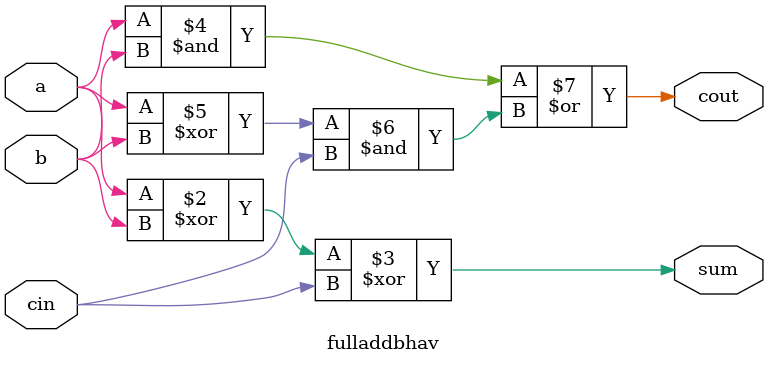
<source format=v>
`timescale 1ns / 1ps
module fulladdbhav(input a,b,cin,output reg sum,cout
    );
always @(a,b,cin)
begin
sum = a^b^cin;
cout = (a&b)|(a^b)&cin;
end

endmodule

</source>
